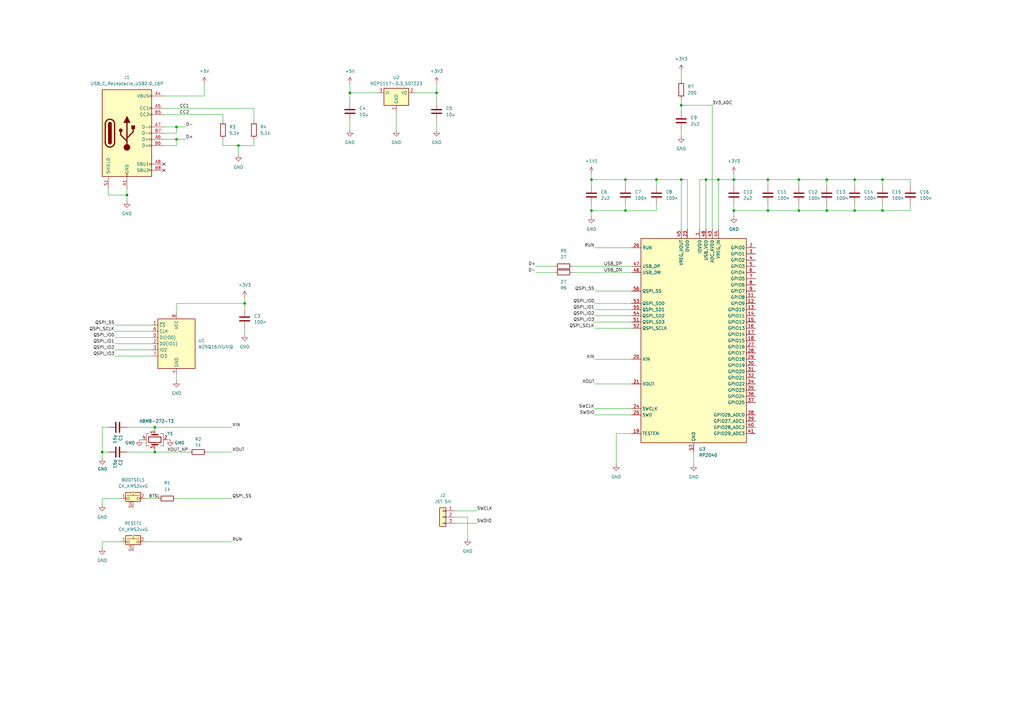
<source format=kicad_sch>
(kicad_sch (version 20231120) (generator "eeschema") (generator_version "8.0")
  (paper "A3")
  (lib_symbols
    (symbol "Connector:USB_C_Receptacle_USB2.0_16P" (pin_names (offset 1.016))
      (property "Reference" "J" (at 0 22.225 0))
      (property "Value" "USB_C_Receptacle_USB2.0_16P" (at 0 19.685 0))
      (symbol "USB_C_Receptacle_USB2.0_16P_0_0"
        (rectangle (start -0.254 -17.78) (end 0.254 -16.764))
        (rectangle (start 10.16 -14.986) (end 9.144 -15.494))
        (rectangle (start 10.16 -12.446) (end 9.144 -12.954))
        (rectangle (start 10.16 -4.826) (end 9.144 -5.334))
        (rectangle (start 10.16 -2.286) (end 9.144 -2.794))
        (rectangle (start 10.16 0.254) (end 9.144 -0.254))
        (rectangle (start 10.16 2.794) (end 9.144 2.286))
        (rectangle (start 10.16 7.874) (end 9.144 7.366))
        (rectangle (start 10.16 10.414) (end 9.144 9.906))
        (rectangle (start 10.16 15.494) (end 9.144 14.986))
      )
      (symbol "USB_C_Receptacle_USB2.0_16P_0_1"
        (rectangle (start -10.16 17.78) (end 10.16 -17.78) (stroke (width 0.254)) (fill (type background)))
        (arc (start -8.89 -3.81) (mid -6.985 -5.7067) (end -5.08 -3.81) (stroke (width 0.508)))
        (arc (start -7.62 -3.81) (mid -6.985 -4.4423) (end -6.35 -3.81) (stroke (width 0.254)))
        (arc (start -7.62 -3.81) (mid -6.985 -4.4423) (end -6.35 -3.81) (stroke (width 0.254)) (fill (type outline)))
        (rectangle (start -7.62 -3.81) (end -6.35 3.81) (stroke (width 0.254)) (fill (type outline)))
        (arc (start -6.35 3.81) (mid -6.985 4.4423) (end -7.62 3.81) (stroke (width 0.254)))
        (arc (start -6.35 3.81) (mid -6.985 4.4423) (end -7.62 3.81) (stroke (width 0.254)) (fill (type outline)))
        (arc (start -5.08 3.81) (mid -6.985 5.7067) (end -8.89 3.81) (stroke (width 0.508)))
        (circle (center -2.54 1.143) (radius 0.635) (stroke (width 0.254)) (fill (type outline)))
        (circle (center 0 -5.842) (radius 1.27) (fill (type outline)))
        (polyline (pts (xy -8.89 -3.81) (xy -8.89 3.81)) (stroke (width 0.508)))
        (polyline (pts (xy -5.08 3.81) (xy -5.08 -3.81)) (stroke (width 0.508)))
        (polyline (pts (xy 0 -5.842) (xy 0 4.318)) (stroke (width 0.508)))
        (polyline (pts (xy 0 -3.302) (xy -2.54 -0.762) (xy -2.54 0.508)) (stroke (width 0.508)))
        (polyline (pts (xy 0 -2.032) (xy 2.54 0.508) (xy 2.54 1.778)) (stroke (width 0.508)))
        (polyline (pts (xy -1.27 4.318) (xy 0 6.858) (xy 1.27 4.318) (xy -1.27 4.318)) (stroke (width 0.254)) (fill (type outline)))
        (rectangle (start 1.905 1.778) (end 3.175 3.048) (stroke (width 0.254)) (fill (type outline)))
      )
      (symbol "USB_C_Receptacle_USB2.0_16P_1_1"
        (pin passive line (at 0 -22.86 90) (length 5.08) (name "GND") (number "A1"))
        (pin passive line (at 0 -22.86 90) (length 5.08) hide (name "GND") (number "A12"))
        (pin passive line (at 15.24 15.24 180) (length 5.08) (name "VBUS") (number "A4"))
        (pin bidirectional line (at 15.24 10.16 180) (length 5.08) (name "CC1") (number "A5"))
        (pin bidirectional line (at 15.24 -2.54 180) (length 5.08) (name "D+") (number "A6"))
        (pin bidirectional line (at 15.24 2.54 180) (length 5.08) (name "D-") (number "A7"))
        (pin bidirectional line (at 15.24 -12.7 180) (length 5.08) (name "SBU1") (number "A8"))
        (pin passive line (at 15.24 15.24 180) (length 5.08) hide (name "VBUS") (number "A9"))
        (pin passive line (at 0 -22.86 90) (length 5.08) hide (name "GND") (number "B1"))
        (pin passive line (at 0 -22.86 90) (length 5.08) hide (name "GND") (number "B12"))
        (pin passive line (at 15.24 15.24 180) (length 5.08) hide (name "VBUS") (number "B4"))
        (pin bidirectional line (at 15.24 7.62 180) (length 5.08) (name "CC2") (number "B5"))
        (pin bidirectional line (at 15.24 -5.08 180) (length 5.08) (name "D+") (number "B6"))
        (pin bidirectional line (at 15.24 0 180) (length 5.08) (name "D-") (number "B7"))
        (pin bidirectional line (at 15.24 -15.24 180) (length 5.08) (name "SBU2") (number "B8"))
        (pin passive line (at 15.24 15.24 180) (length 5.08) hide (name "VBUS") (number "B9"))
        (pin passive line (at -7.62 -22.86 90) (length 5.08) (name "SHIELD") (number "S1"))
      )
    )
    (symbol "Connector_Generic:Conn_01x03" (pin_names (offset 1.016) hide)
      (property "Reference" "J" (at 0 5.08 0))
      (property "Value" "Conn_01x03" (at 0 -5.08 0))
      (symbol "Conn_01x03_1_1"
        (rectangle (start -1.27 -2.413) (end 0 -2.667) (stroke (width 0.1524)))
        (rectangle (start -1.27 0.127) (end 0 -0.127) (stroke (width 0.1524)))
        (rectangle (start -1.27 2.667) (end 0 2.413) (stroke (width 0.1524)))
        (rectangle (start -1.27 3.81) (end 1.27 -3.81) (stroke (width 0.254)) (fill (type background)))
        (pin passive line (at -5.08 2.54 0) (length 3.81) (name "Pin_1") (number "1"))
        (pin passive line (at -5.08 0 0) (length 3.81) (name "Pin_2") (number "2"))
        (pin passive line (at -5.08 -2.54 0) (length 3.81) (name "Pin_3") (number "3"))
      )
    )
    (symbol "Device:C" (pin_numbers hide) (pin_names (offset 0.254))
      (property "Reference" "C" (at 0.635 2.54 0))
      (property "Value" "C" (at 0.635 -2.54 0))
      (symbol "C_0_1"
        (polyline (pts (xy -2.032 -0.762) (xy 2.032 -0.762)) (stroke (width 0.508)))
        (polyline (pts (xy -2.032 0.762) (xy 2.032 0.762)) (stroke (width 0.508)))
      )
      (symbol "C_1_1"
        (pin passive line (at 0 3.81 270) (length 2.794) (name "~") (number "1"))
        (pin passive line (at 0 -3.81 90) (length 2.794) (name "~") (number "2"))
      )
    )
    (symbol "Device:Crystal_GND24" (pin_names (offset 1.016) hide)
      (property "Reference" "Y" (at 3.175 5.08 0))
      (property "Value" "Crystal_GND24" (at 3.175 3.175 0))
      (symbol "Crystal_GND24_0_1"
        (rectangle (start -1.143 2.54) (end 1.143 -2.54) (stroke (width 0.3048)))
        (polyline (pts (xy -2.54 0) (xy -2.032 0)))
        (polyline (pts (xy -2.032 -1.27) (xy -2.032 1.27)) (stroke (width 0.508)))
        (polyline (pts (xy 0 -3.81) (xy 0 -3.556)))
        (polyline (pts (xy 0 3.556) (xy 0 3.81)))
        (polyline (pts (xy 2.032 -1.27) (xy 2.032 1.27)) (stroke (width 0.508)))
        (polyline (pts (xy 2.032 0) (xy 2.54 0)))
        (polyline (pts (xy -2.54 -2.286) (xy -2.54 -3.556) (xy 2.54 -3.556) (xy 2.54 -2.286)))
        (polyline (pts (xy -2.54 2.286) (xy -2.54 3.556) (xy 2.54 3.556) (xy 2.54 2.286)))
      )
      (symbol "Crystal_GND24_1_1"
        (pin passive line (at -3.81 0 0) (length 1.27) (name "1") (number "1"))
        (pin passive line (at 0 5.08 270) (length 1.27) (name "2") (number "2"))
        (pin passive line (at 3.81 0 180) (length 1.27) (name "3") (number "3"))
        (pin passive line (at 0 -5.08 90) (length 1.27) (name "4") (number "4"))
      )
    )
    (symbol "Device:R" (pin_numbers hide) (pin_names (offset 0))
      (property "Reference" "R" (at 2.032 0 90))
      (property "Value" "R" (at 0 0 90))
      (symbol "R_0_1"
        (rectangle (start -1.016 -2.54) (end 1.016 2.54) (stroke (width 0.254)))
      )
      (symbol "R_1_1"
        (pin passive line (at 0 3.81 270) (length 1.27) (name "~") (number "1"))
        (pin passive line (at 0 -3.81 90) (length 1.27) (name "~") (number "2"))
      )
    )
    (symbol "MCU_RaspberryPi:RP2040"
      (property "Reference" "U" (at 17.78 45.72 0))
      (property "Value" "RP2040" (at 17.78 43.18 0))
      (symbol "RP2040_0_1"
        (rectangle (start -21.59 41.91) (end 21.59 -41.91) (stroke (width 0.254)) (fill (type background)))
      )
      (symbol "RP2040_1_1"
        (pin power_in line (at 2.54 45.72 270) (length 3.81) (name "IOVDD") (number "1"))
        (pin passive line (at 2.54 45.72 270) (length 3.81) hide (name "IOVDD") (number "10"))
        (pin bidirectional line (at 25.4 17.78 180) (length 3.81) (name "GPIO8") (number "11"))
        (pin bidirectional line (at 25.4 15.24 180) (length 3.81) (name "GPIO9") (number "12"))
        (pin bidirectional line (at 25.4 12.7 180) (length 3.81) (name "GPIO10") (number "13"))
        (pin bidirectional line (at 25.4 10.16 180) (length 3.81) (name "GPIO11") (number "14"))
        (pin bidirectional line (at 25.4 7.62 180) (length 3.81) (name "GPIO12") (number "15"))
        (pin bidirectional line (at 25.4 5.08 180) (length 3.81) (name "GPIO13") (number "16"))
        (pin bidirectional line (at 25.4 2.54 180) (length 3.81) (name "GPIO14") (number "17"))
        (pin bidirectional line (at 25.4 0 180) (length 3.81) (name "GPIO15") (number "18"))
        (pin input line (at -25.4 -38.1 0) (length 3.81) (name "TESTEN") (number "19"))
        (pin bidirectional line (at 25.4 38.1 180) (length 3.81) (name "GPIO0") (number "2"))
        (pin input line (at -25.4 -7.62 0) (length 3.81) (name "XIN") (number "20"))
        (pin passive line (at -25.4 -17.78 0) (length 3.81) (name "XOUT") (number "21"))
        (pin passive line (at 2.54 45.72 270) (length 3.81) hide (name "IOVDD") (number "22"))
        (pin power_in line (at -2.54 45.72 270) (length 3.81) (name "DVDD") (number "23"))
        (pin input line (at -25.4 -27.94 0) (length 3.81) (name "SWCLK") (number "24"))
        (pin bidirectional line (at -25.4 -30.48 0) (length 3.81) (name "SWD") (number "25"))
        (pin input line (at -25.4 38.1 0) (length 3.81) (name "RUN") (number "26"))
        (pin bidirectional line (at 25.4 -2.54 180) (length 3.81) (name "GPIO16") (number "27"))
        (pin bidirectional line (at 25.4 -5.08 180) (length 3.81) (name "GPIO17") (number "28"))
        (pin bidirectional line (at 25.4 -7.62 180) (length 3.81) (name "GPIO18") (number "29"))
        (pin bidirectional line (at 25.4 35.56 180) (length 3.81) (name "GPIO1") (number "3"))
        (pin bidirectional line (at 25.4 -10.16 180) (length 3.81) (name "GPIO19") (number "30"))
        (pin bidirectional line (at 25.4 -12.7 180) (length 3.81) (name "GPIO20") (number "31"))
        (pin bidirectional line (at 25.4 -15.24 180) (length 3.81) (name "GPIO21") (number "32"))
        (pin passive line (at 2.54 45.72 270) (length 3.81) hide (name "IOVDD") (number "33"))
        (pin bidirectional line (at 25.4 -17.78 180) (length 3.81) (name "GPIO22") (number "34"))
        (pin bidirectional line (at 25.4 -20.32 180) (length 3.81) (name "GPIO23") (number "35"))
        (pin bidirectional line (at 25.4 -22.86 180) (length 3.81) (name "GPIO24") (number "36"))
        (pin bidirectional line (at 25.4 -25.4 180) (length 3.81) (name "GPIO25") (number "37"))
        (pin bidirectional line (at 25.4 -30.48 180) (length 3.81) (name "GPIO26_ADC0") (number "38"))
        (pin bidirectional line (at 25.4 -33.02 180) (length 3.81) (name "GPIO27_ADC1") (number "39"))
        (pin bidirectional line (at 25.4 33.02 180) (length 3.81) (name "GPIO2") (number "4"))
        (pin bidirectional line (at 25.4 -35.56 180) (length 3.81) (name "GPIO28_ADC2") (number "40"))
        (pin bidirectional line (at 25.4 -38.1 180) (length 3.81) (name "GPIO29_ADC3") (number "41"))
        (pin passive line (at 2.54 45.72 270) (length 3.81) hide (name "IOVDD") (number "42"))
        (pin power_in line (at 7.62 45.72 270) (length 3.81) (name "ADC_AVDD") (number "43"))
        (pin power_in line (at 10.16 45.72 270) (length 3.81) (name "VREG_IN") (number "44"))
        (pin power_out line (at -5.08 45.72 270) (length 3.81) (name "VREG_VOUT") (number "45"))
        (pin bidirectional line (at -25.4 27.94 0) (length 3.81) (name "USB_DM") (number "46"))
        (pin bidirectional line (at -25.4 30.48 0) (length 3.81) (name "USB_DP") (number "47"))
        (pin power_in line (at 5.08 45.72 270) (length 3.81) (name "USB_VDD") (number "48"))
        (pin passive line (at 2.54 45.72 270) (length 3.81) hide (name "IOVDD") (number "49"))
        (pin bidirectional line (at 25.4 30.48 180) (length 3.81) (name "GPIO3") (number "5"))
        (pin passive line (at -2.54 45.72 270) (length 3.81) hide (name "DVDD") (number "50"))
        (pin bidirectional line (at -25.4 7.62 0) (length 3.81) (name "QSPI_SD3") (number "51"))
        (pin output line (at -25.4 5.08 0) (length 3.81) (name "QSPI_SCLK") (number "52"))
        (pin bidirectional line (at -25.4 15.24 0) (length 3.81) (name "QSPI_SD0") (number "53"))
        (pin bidirectional line (at -25.4 10.16 0) (length 3.81) (name "QSPI_SD2") (number "54"))
        (pin bidirectional line (at -25.4 12.7 0) (length 3.81) (name "QSPI_SD1") (number "55"))
        (pin bidirectional line (at -25.4 20.32 0) (length 3.81) (name "QSPI_SS") (number "56"))
        (pin power_in line (at 0 -45.72 90) (length 3.81) (name "GND") (number "57"))
        (pin bidirectional line (at 25.4 27.94 180) (length 3.81) (name "GPIO4") (number "6"))
        (pin bidirectional line (at 25.4 25.4 180) (length 3.81) (name "GPIO5") (number "7"))
        (pin bidirectional line (at 25.4 22.86 180) (length 3.81) (name "GPIO6") (number "8"))
        (pin bidirectional line (at 25.4 20.32 180) (length 3.81) (name "GPIO7") (number "9"))
      )
    )
    (symbol "Memory_Flash:W25Q16JVSS"
      (property "Reference" "U" (at -6.35 11.43 0))
      (property "Value" "W25Q16JVSS" (at 7.62 11.43 0))
      (symbol "W25Q16JVSS_0_1"
        (rectangle (start -7.62 10.16) (end 7.62 -10.16) (stroke (width 0.254)) (fill (type background)))
      )
      (symbol "W25Q16JVSS_1_1"
        (pin input line (at -10.16 7.62 0) (length 2.54) (name "~{CS}") (number "1"))
        (pin bidirectional line (at -10.16 0 0) (length 2.54) (name "DO(IO1)") (number "2"))
        (pin bidirectional line (at -10.16 -2.54 0) (length 2.54) (name "IO2") (number "3"))
        (pin power_in line (at 0 -12.7 90) (length 2.54) (name "GND") (number "4"))
        (pin bidirectional line (at -10.16 2.54 0) (length 2.54) (name "DI(IO0)") (number "5"))
        (pin input line (at -10.16 5.08 0) (length 2.54) (name "CLK") (number "6"))
        (pin bidirectional line (at -10.16 -5.08 0) (length 2.54) (name "IO3") (number "7"))
        (pin power_in line (at 0 12.7 270) (length 2.54) (name "VCC") (number "8"))
      )
    )
    (symbol "Regulator_Linear:NCP1117-3.3_SOT223"
      (property "Reference" "U" (at -3.81 3.175 0))
      (property "Value" "NCP1117-3.3_SOT223" (at 0 3.175 0))
      (symbol "NCP1117-3.3_SOT223_0_1"
        (rectangle (start -5.08 -5.08) (end 5.08 1.905) (stroke (width 0.254)) (fill (type background)))
      )
      (symbol "NCP1117-3.3_SOT223_1_1"
        (pin power_in line (at 0 -7.62 90) (length 2.54) (name "GND") (number "1"))
        (pin power_out line (at 7.62 0 180) (length 2.54) (name "VO") (number "2"))
        (pin power_in line (at -7.62 0 0) (length 2.54) (name "VI") (number "3"))
      )
    )
    (symbol "Switch:CK_KMS2xxG" (pin_names (offset 1.016) hide)
      (property "Reference" "SW" (at 4.318 2.032 0))
      (property "Value" "CK_KMS2xxG" (at 0 4.572 0))
      (symbol "CK_KMS2xxG_0_1"
        (circle (center -2.032 0) (radius 0.508))
        (polyline (pts (xy 0 1.27) (xy 0 3.048)))
        (polyline (pts (xy 2.54 1.27) (xy -2.54 1.27)))
        (polyline (pts (xy 0.508 2.54) (xy 3.048 2.54) (xy 3.048 -1.143) (xy -3.048 -1.143) (xy -3.048 2.54) (xy -0.508 2.54)) (stroke (width -0.0254)))
        (polyline (pts (xy 0.508 2.54) (xy 3.048 2.54) (xy 3.048 -1.143) (xy -3.048 -1.143) (xy -3.048 2.54) (xy -0.508 2.54)) (stroke (width 0.254)))
        (circle (center 2.032 0) (radius 0.508))
        (pin passive line (at -5.08 0 0) (length 2.54) (name "1") (number "1"))
        (pin passive line (at 5.08 0 180) (length 2.54) (name "2") (number "2"))
      )
      (symbol "CK_KMS2xxG_1_1"
        (rectangle (start -3.048 2.54) (end 3.048 -1.27) (stroke (width -0.0254)) (fill (type background)))
        (pin passive line (at 0 -3.81 90) (length 2.54) (name "B") (number "SH"))
      )
    )
    (symbol "power:+1V1" (power) (pin_numbers hide) (pin_names (offset 0) hide)
      (property "Value" "+1V1" (at 0 3.556 0))
      (symbol "+1V1_0_1"
        (polyline (pts (xy -0.762 1.27) (xy 0 2.54)))
        (polyline (pts (xy 0 0) (xy 0 2.54)))
        (polyline (pts (xy 0 2.54) (xy 0.762 1.27)))
      )
      (symbol "+1V1_1_1"
        (pin power_in line (at 0 0 90) (length 0) (name "~") (number "1"))
      )
    )
    (symbol "power:+3V3" (power) (pin_numbers hide) (pin_names (offset 0) hide)
      (property "Value" "+3V3" (at 0 3.556 0))
      (symbol "+3V3_0_1"
        (polyline (pts (xy -0.762 1.27) (xy 0 2.54)))
        (polyline (pts (xy 0 0) (xy 0 2.54)))
        (polyline (pts (xy 0 2.54) (xy 0.762 1.27)))
      )
      (symbol "+3V3_1_1"
        (pin power_in line (at 0 0 90) (length 0) (name "~") (number "1"))
      )
    )
    (symbol "power:+5V" (power) (pin_numbers hide) (pin_names (offset 0) hide)
      (property "Value" "+5V" (at 0 3.556 0))
      (symbol "+5V_0_1"
        (polyline (pts (xy -0.762 1.27) (xy 0 2.54)))
        (polyline (pts (xy 0 0) (xy 0 2.54)))
        (polyline (pts (xy 0 2.54) (xy 0.762 1.27)))
      )
      (symbol "+5V_1_1"
        (pin power_in line (at 0 0 90) (length 0) (name "~") (number "1"))
      )
    )
    (symbol "power:GND" (power) (pin_numbers hide) (pin_names (offset 0) hide)
      (property "Value" "GND" (at 0 -3.81 0))
      (symbol "GND_0_1"
        (polyline (pts (xy 0 0) (xy 0 -1.27) (xy 1.27 -1.27) (xy 0 -2.54) (xy -1.27 -1.27) (xy 0 -1.27)))
      )
      (symbol "GND_1_1"
        (pin power_in line (at 0 0 270) (length 0) (name "~") (number "1"))
      )
    )
  )
  (junction (at 339.09 86.36))
  (junction (at 361.95 73.66))
  (junction (at 41.91 185.42))
  (junction (at 256.54 73.66))
  (junction (at 100.33 124.46))
  (junction (at 279.4 73.66))
  (junction (at 72.39 57.15))
  (junction (at 350.52 86.36))
  (junction (at 294.64 73.66))
  (junction (at 314.96 73.66))
  (junction (at 289.56 73.66))
  (junction (at 63.5 185.42))
  (junction (at 339.09 73.66))
  (junction (at 52.07 80.01))
  (junction (at 300.99 73.66))
  (junction (at 179.07 38.1))
  (junction (at 242.57 73.66))
  (junction (at 279.4 43.18))
  (junction (at 63.5 175.26))
  (junction (at 256.54 86.36))
  (junction (at 361.95 86.36))
  (junction (at 143.51 38.1))
  (junction (at 72.39 52.07))
  (junction (at 97.79 59.69))
  (junction (at 327.66 73.66))
  (junction (at 300.99 86.36))
  (junction (at 242.57 86.36))
  (junction (at 269.24 73.66))
  (junction (at 327.66 86.36))
  (junction (at 314.96 86.36))
  (junction (at 350.52 73.66))
  (no_connect (at 67.31 67.31))
  (no_connect (at 67.31 69.85))
  (wire (pts (xy 143.51 41.91) (xy 143.51 38.1)))
  (wire (pts (xy 44.45 77.47) (xy 44.45 80.01)))
  (wire (pts (xy 373.38 73.66) (xy 373.38 76.2)))
  (wire (pts (xy 269.24 73.66) (xy 269.24 76.2)))
  (wire (pts (xy 52.07 185.42) (xy 63.5 185.42)))
  (wire (pts (xy 162.56 45.72) (xy 162.56 53.34)))
  (wire (pts (xy 100.33 124.46) (xy 100.33 127)))
  (wire (pts (xy 289.56 73.66) (xy 294.64 73.66)))
  (wire (pts (xy 41.91 222.25) (xy 49.53 222.25)))
  (wire (pts (xy 72.39 124.46) (xy 72.39 128.27)))
  (wire (pts (xy 41.91 175.26) (xy 41.91 185.42)))
  (wire (pts (xy 289.56 73.66) (xy 289.56 93.98)))
  (wire (pts (xy 91.44 57.15) (xy 91.44 59.69)))
  (wire (pts (xy 104.14 59.69) (xy 104.14 57.15)))
  (wire (pts (xy 243.84 147.32) (xy 259.08 147.32)))
  (wire (pts (xy 373.38 86.36) (xy 373.38 83.82)))
  (wire (pts (xy 350.52 86.36) (xy 361.95 86.36)))
  (wire (pts (xy 242.57 86.36) (xy 256.54 86.36)))
  (wire (pts (xy 143.51 34.29) (xy 143.51 38.1)))
  (wire (pts (xy 44.45 80.01) (xy 52.07 80.01)))
  (wire (pts (xy 243.84 119.38) (xy 259.08 119.38)))
  (wire (pts (xy 339.09 73.66) (xy 350.52 73.66)))
  (wire (pts (xy 300.99 71.12) (xy 300.99 73.66)))
  (wire (pts (xy 314.96 86.36) (xy 314.96 83.82)))
  (wire (pts (xy 41.91 204.47) (xy 41.91 207.01)))
  (wire (pts (xy 91.44 59.69) (xy 97.79 59.69)))
  (wire (pts (xy 191.77 212.09) (xy 191.77 220.98)))
  (wire (pts (xy 186.69 209.55) (xy 195.58 209.55)))
  (wire (pts (xy 314.96 86.36) (xy 327.66 86.36)))
  (wire (pts (xy 72.39 59.69) (xy 67.31 59.69)))
  (wire (pts (xy 339.09 86.36) (xy 339.09 83.82)))
  (wire (pts (xy 72.39 204.47) (xy 95.25 204.47)))
  (wire (pts (xy 52.07 80.01) (xy 52.07 77.47)))
  (wire (pts (xy 339.09 73.66) (xy 339.09 76.2)))
  (wire (pts (xy 97.79 59.69) (xy 97.79 63.5)))
  (wire (pts (xy 287.02 73.66) (xy 289.56 73.66)))
  (wire (pts (xy 67.31 39.37) (xy 83.82 39.37)))
  (wire (pts (xy 314.96 73.66) (xy 314.96 76.2)))
  (wire (pts (xy 300.99 73.66) (xy 314.96 73.66)))
  (wire (pts (xy 44.45 185.42) (xy 41.91 185.42)))
  (wire (pts (xy 100.33 134.62) (xy 100.33 137.16)))
  (wire (pts (xy 256.54 73.66) (xy 256.54 76.2)))
  (wire (pts (xy 243.84 129.54) (xy 259.08 129.54)))
  (wire (pts (xy 72.39 57.15) (xy 72.39 59.69)))
  (wire (pts (xy 279.4 73.66) (xy 279.4 93.98)))
  (wire (pts (xy 243.84 134.62) (xy 259.08 134.62)))
  (wire (pts (xy 281.94 73.66) (xy 281.94 93.98)))
  (wire (pts (xy 72.39 52.07) (xy 72.39 54.61)))
  (wire (pts (xy 85.09 185.42) (xy 95.25 185.42)))
  (wire (pts (xy 83.82 39.37) (xy 83.82 34.29)))
  (wire (pts (xy 68.58 180.34) (xy 69.85 180.34)))
  (wire (pts (xy 279.4 43.18) (xy 279.4 45.72)))
  (wire (pts (xy 91.44 46.99) (xy 91.44 49.53)))
  (wire (pts (xy 143.51 38.1) (xy 154.94 38.1)))
  (wire (pts (xy 52.07 80.01) (xy 52.07 82.55)))
  (wire (pts (xy 41.91 222.25) (xy 41.91 224.79)))
  (wire (pts (xy 279.4 73.66) (xy 281.94 73.66)))
  (wire (pts (xy 63.5 184.15) (xy 63.5 185.42)))
  (wire (pts (xy 314.96 73.66) (xy 327.66 73.66)))
  (wire (pts (xy 361.95 73.66) (xy 373.38 73.66)))
  (wire (pts (xy 269.24 86.36) (xy 269.24 83.82)))
  (wire (pts (xy 46.99 140.97) (xy 62.23 140.97)))
  (wire (pts (xy 72.39 54.61) (xy 67.31 54.61)))
  (wire (pts (xy 186.69 212.09) (xy 191.77 212.09)))
  (wire (pts (xy 287.02 93.98) (xy 287.02 73.66)))
  (wire (pts (xy 179.07 38.1) (xy 179.07 41.91)))
  (wire (pts (xy 292.1 43.18) (xy 292.1 93.98)))
  (wire (pts (xy 259.08 177.8) (xy 252.73 177.8)))
  (wire (pts (xy 300.99 86.36) (xy 314.96 86.36)))
  (wire (pts (xy 67.31 57.15) (xy 72.39 57.15)))
  (wire (pts (xy 46.99 133.35) (xy 62.23 133.35)))
  (wire (pts (xy 242.57 86.36) (xy 242.57 88.9)))
  (wire (pts (xy 46.99 138.43) (xy 62.23 138.43)))
  (wire (pts (xy 350.52 73.66) (xy 350.52 76.2)))
  (wire (pts (xy 350.52 73.66) (xy 361.95 73.66)))
  (wire (pts (xy 327.66 73.66) (xy 327.66 76.2)))
  (wire (pts (xy 72.39 52.07) (xy 76.2 52.07)))
  (wire (pts (xy 242.57 83.82) (xy 242.57 86.36)))
  (wire (pts (xy 361.95 86.36) (xy 373.38 86.36)))
  (wire (pts (xy 243.84 170.18) (xy 259.08 170.18)))
  (wire (pts (xy 67.31 44.45) (xy 104.14 44.45)))
  (wire (pts (xy 294.64 93.98) (xy 294.64 73.66)))
  (wire (pts (xy 256.54 83.82) (xy 256.54 86.36)))
  (wire (pts (xy 234.95 111.76) (xy 259.08 111.76)))
  (wire (pts (xy 46.99 135.89) (xy 62.23 135.89)))
  (wire (pts (xy 339.09 86.36) (xy 350.52 86.36)))
  (wire (pts (xy 242.57 73.66) (xy 256.54 73.66)))
  (wire (pts (xy 327.66 73.66) (xy 339.09 73.66)))
  (wire (pts (xy 57.15 180.34) (xy 58.42 180.34)))
  (wire (pts (xy 179.07 34.29) (xy 179.07 38.1)))
  (wire (pts (xy 269.24 73.66) (xy 279.4 73.66)))
  (wire (pts (xy 72.39 57.15) (xy 76.2 57.15)))
  (wire (pts (xy 256.54 86.36) (xy 269.24 86.36)))
  (wire (pts (xy 279.4 29.21) (xy 279.4 33.02)))
  (wire (pts (xy 63.5 176.53) (xy 63.5 175.26)))
  (wire (pts (xy 104.14 44.45) (xy 104.14 49.53)))
  (wire (pts (xy 44.45 175.26) (xy 41.91 175.26)))
  (wire (pts (xy 67.31 52.07) (xy 72.39 52.07)))
  (wire (pts (xy 179.07 49.53) (xy 179.07 53.34)))
  (wire (pts (xy 243.84 127) (xy 259.08 127)))
  (wire (pts (xy 234.95 109.22) (xy 259.08 109.22)))
  (wire (pts (xy 46.99 143.51) (xy 62.23 143.51)))
  (wire (pts (xy 242.57 73.66) (xy 242.57 76.2)))
  (wire (pts (xy 300.99 86.36) (xy 300.99 88.9)))
  (wire (pts (xy 256.54 73.66) (xy 269.24 73.66)))
  (wire (pts (xy 72.39 124.46) (xy 100.33 124.46)))
  (wire (pts (xy 63.5 185.42) (xy 77.47 185.42)))
  (wire (pts (xy 41.91 204.47) (xy 49.53 204.47)))
  (wire (pts (xy 59.69 222.25) (xy 95.25 222.25)))
  (wire (pts (xy 67.31 46.99) (xy 91.44 46.99)))
  (wire (pts (xy 219.71 111.76) (xy 227.33 111.76)))
  (wire (pts (xy 52.07 175.26) (xy 63.5 175.26)))
  (wire (pts (xy 243.84 157.48) (xy 259.08 157.48)))
  (wire (pts (xy 243.84 132.08) (xy 259.08 132.08)))
  (wire (pts (xy 186.69 214.63) (xy 195.58 214.63)))
  (wire (pts (xy 243.84 101.6) (xy 259.08 101.6)))
  (wire (pts (xy 279.4 55.88) (xy 279.4 53.34)))
  (wire (pts (xy 300.99 83.82) (xy 300.99 86.36)))
  (wire (pts (xy 252.73 177.8) (xy 252.73 190.5)))
  (wire (pts (xy 243.84 167.64) (xy 259.08 167.64)))
  (wire (pts (xy 97.79 59.69) (xy 104.14 59.69)))
  (wire (pts (xy 63.5 175.26) (xy 95.25 175.26)))
  (wire (pts (xy 327.66 86.36) (xy 339.09 86.36)))
  (wire (pts (xy 294.64 73.66) (xy 300.99 73.66)))
  (wire (pts (xy 300.99 73.66) (xy 300.99 76.2)))
  (wire (pts (xy 41.91 185.42) (xy 41.91 187.96)))
  (wire (pts (xy 361.95 73.66) (xy 361.95 76.2)))
  (wire (pts (xy 242.57 71.12) (xy 242.57 73.66)))
  (wire (pts (xy 350.52 86.36) (xy 350.52 83.82)))
  (wire (pts (xy 170.18 38.1) (xy 179.07 38.1)))
  (wire (pts (xy 243.84 124.46) (xy 259.08 124.46)))
  (wire (pts (xy 100.33 121.92) (xy 100.33 124.46)))
  (wire (pts (xy 46.99 146.05) (xy 62.23 146.05)))
  (wire (pts (xy 219.71 109.22) (xy 227.33 109.22)))
  (wire (pts (xy 361.95 86.36) (xy 361.95 83.82)))
  (wire (pts (xy 72.39 153.67) (xy 72.39 156.21)))
  (wire (pts (xy 327.66 86.36) (xy 327.66 83.82)))
  (wire (pts (xy 279.4 40.64) (xy 279.4 43.18)))
  (wire (pts (xy 284.48 185.42) (xy 284.48 190.5)))
  (wire (pts (xy 59.69 204.47) (xy 64.77 204.47)))
  (wire (pts (xy 143.51 49.53) (xy 143.51 53.34)))
  (wire (pts (xy 279.4 43.18) (xy 292.1 43.18)))
  (label "XOUT" (at 243.84 157.48 180))
  (label "D-" (at 219.71 111.76 180))
  (label "SWCLK" (at 243.84 167.64 180))
  (label "XIN" (at 243.84 147.32 180))
  (label "USB_DP" (at 247.65 109.22 0))
  (label "CC2" (at 73.66 46.99 0))
  (label "QSPI_IO3" (at 243.84 132.08 180))
  (label "XOUT_NP" (at 68.58 185.42 0))
  (label "SWCLK" (at 195.58 209.55 0))
  (label "D+" (at 219.71 109.22 180))
  (label "3V3_ADC" (at 292.1 43.18 0))
  (label "QSPI_SS" (at 95.25 204.47 0))
  (label "QSPI_SCLK" (at 46.99 135.89 180))
  (label "QSPI_SS" (at 243.84 119.38 180))
  (label "BTSL" (at 60.96 204.47 0))
  (label "RUN" (at 243.84 101.6 180))
  (label "QSPI_IO0" (at 243.84 124.46 180))
  (label "QSPI_IO1" (at 46.99 140.97 180))
  (label "SWDIO" (at 243.84 170.18 180))
  (label "XIN" (at 95.25 175.26 0))
  (label "RUN" (at 95.25 222.25 0))
  (label "QSPI_SS" (at 46.99 133.35 180))
  (label "CC1" (at 73.66 44.45 0))
  (label "QSPI_IO1" (at 243.84 127 180))
  (label "USB_DN" (at 247.65 111.76 0))
  (label "QSPI_IO3" (at 46.99 146.05 180))
  (label "QSPI_IO2" (at 243.84 129.54 180))
  (label "QSPI_IO2" (at 46.99 143.51 180))
  (label "QSPI_IO0" (at 46.99 138.43 180))
  (label "SWDIO" (at 195.58 214.63 0))
  (label "D-" (at 76.2 52.07 0))
  (label "D+" (at 76.2 57.15 0))
  (label "XOUT" (at 95.25 185.42 0))
  (label "QSPI_SCLK" (at 243.84 134.62 180))
  (symbol (lib_id "Connector:USB_C_Receptacle_USB2.0_16P") (at 52.07 54.61 0) (unit 1)
    (property "Reference" "J1" (at 52.07 31.75 0))
    (property "Value" "USB_C_Receptacle_USB2.0_16P" (at 52.07 34.29 0))
    (property "Footprint" "Connector_USB:USB_C_Receptacle_GCT_USB4105-xx-A_16P_TopMnt_Horizontal" (effects (hide yes)))
    (property "Datasheet" "https://www.usb.org/sites/default/files/documents/usb_type-c.zip" (effects (hide yes)))
    (property "Description" "USB 2.0-only 16P Type-C Receptacle connector" (effects (hide yes)))
  )
  (symbol (lib_id "power:GND") (at 69.85 180.34 0) (unit 1)
    (property "Reference" "#PWR06" (effects (hide yes)))
    (property "Value" "GND" (at 73.66 181.61 0))
  )
  (symbol (lib_id "Device:C") (at 279.4 49.53 0) (unit 1)
    (property "Reference" "C9" (at 283.21 48.2599 0) (effects (justify left)))
    (property "Value" "2u2" (at 283.21 50.7999 0) (effects (justify left)))
    (property "Footprint" "Capacitor_SMD:C_0402_1005Metric" (effects (hide yes)))
    (property "Description" "Unpolarized capacitor" (effects (hide yes)))
  )
  (symbol (lib_id "Device:C") (at 256.54 80.01 0) (unit 1)
    (property "Reference" "C7" (at 260.35 78.7399 0) (effects (justify left)))
    (property "Value" "100n" (at 260.35 81.2799 0) (effects (justify left)))
    (property "Footprint" "Capacitor_SMD:C_0402_1005Metric" (effects (hide yes)))
    (property "Description" "Unpolarized capacitor" (effects (hide yes)))
  )
  (symbol (lib_id "Device:R") (at 231.14 109.22 90) (unit 1)
    (property "Reference" "R5" (at 231.14 102.87 90))
    (property "Value" "27" (at 231.14 105.41 90))
    (property "Footprint" "Resistor_SMD:R_0402_1005Metric" (effects (hide yes)))
    (property "Description" "Resistor" (effects (hide yes)))
  )
  (symbol (lib_id "Regulator_Linear:NCP1117-3.3_SOT223") (at 162.56 38.1 0) (unit 1)
    (property "Reference" "U2" (at 162.56 31.75 0))
    (property "Value" "NCP1117-3.3_SOT223" (at 162.56 34.29 0))
    (property "Footprint" "Package_TO_SOT_SMD:SOT-223-3_TabPin2" (effects (hide yes)))
    (property "Datasheet" "http://www.onsemi.com/pub_link/Collateral/NCP1117-D.PDF" (effects (hide yes)))
    (property "Description" "1A Low drop-out regulator, Fixed Output 3.3V, SOT-223" (effects (hide yes)))
  )
  (symbol (lib_id "Device:R") (at 91.44 53.34 0) (unit 1)
    (property "Reference" "R3" (at 93.98 52.0699 0) (effects (justify left)))
    (property "Value" "5.1k" (at 93.98 54.6099 0) (effects (justify left)))
    (property "Footprint" "Resistor_SMD:R_0402_1005Metric" (effects (hide yes)))
    (property "Description" "Resistor" (effects (hide yes)))
  )
  (symbol (lib_id "Device:C") (at 48.26 175.26 270) (unit 1)
    (property "Reference" "C1" (at 49.4284 178.181 0) (effects (justify left)))
    (property "Value" "15p" (at 47.117 178.181 0) (effects (justify left)))
    (property "Footprint" "Capacitor_SMD:C_0402_1005Metric" (effects (hide yes)))
  )
  (symbol (lib_id "power:+3V3") (at 279.4 29.21 0) (unit 1)
    (property "Reference" "#PWR020" (effects (hide yes)))
    (property "Value" "+3V3" (at 279.4 24.13 0))
    (property "Description" "Power symbol creates a global label with name \"+3V3\"" (effects (hide yes)))
  )
  (symbol (lib_id "Device:R") (at 104.14 53.34 0) (unit 1)
    (property "Reference" "R4" (at 106.68 52.0699 0) (effects (justify left)))
    (property "Value" "5.1k" (at 106.68 54.6099 0) (effects (justify left)))
    (property "Footprint" "Resistor_SMD:R_0402_1005Metric" (effects (hide yes)))
    (property "Description" "Resistor" (effects (hide yes)))
  )
  (symbol (lib_id "power:GND") (at 41.91 207.01 0) (unit 1)
    (property "Reference" "#PWR02" (effects (hide yes)))
    (property "Value" "GND" (at 41.91 212.09 0))
    (property "Description" "Power symbol creates a global label with name \"GND\" , ground" (effects (hide yes)))
  )
  (symbol (lib_id "power:GND") (at 179.07 53.34 0) (unit 1)
    (property "Reference" "#PWR016" (effects (hide yes)))
    (property "Value" "GND" (at 179.07 58.42 0))
    (property "Description" "Power symbol creates a global label with name \"GND\" , ground" (effects (hide yes)))
  )
  (symbol (lib_id "power:+3V3") (at 179.07 34.29 0) (unit 1)
    (property "Reference" "#PWR015" (effects (hide yes)))
    (property "Value" "+3V3" (at 179.07 29.21 0))
    (property "Description" "Power symbol creates a global label with name \"+3V3\"" (effects (hide yes)))
  )
  (symbol (lib_id "Device:C") (at 350.52 80.01 0) (unit 1)
    (property "Reference" "C14" (at 354.33 78.7399 0) (effects (justify left)))
    (property "Value" "100n" (at 354.33 81.2799 0) (effects (justify left)))
    (property "Footprint" "Capacitor_SMD:C_0402_1005Metric" (effects (hide yes)))
    (property "Description" "Unpolarized capacitor" (effects (hide yes)))
  )
  (symbol (lib_id "Device:C") (at 48.26 185.42 270) (unit 1)
    (property "Reference" "C2" (at 49.4284 188.341 0) (effects (justify left)))
    (property "Value" "15p" (at 47.117 188.341 0) (effects (justify left)))
    (property "Footprint" "Capacitor_SMD:C_0402_1005Metric" (effects (hide yes)))
  )
  (symbol (lib_id "power:GND") (at 41.91 187.96 0) (unit 1)
    (property "Reference" "#PWR01" (effects (hide yes)))
    (property "Value" "GND" (at 42.037 192.3542 0))
  )
  (symbol (lib_id "power:GND") (at 41.91 224.79 0) (unit 1)
    (property "Reference" "#PWR03" (effects (hide yes)))
    (property "Value" "GND" (at 41.91 229.87 0))
    (property "Description" "Power symbol creates a global label with name \"GND\" , ground" (effects (hide yes)))
  )
  (symbol (lib_id "Switch:CK_KMS2xxG") (at 54.61 222.25 0) (unit 1)
    (property "Reference" "RESET1" (at 54.61 214.63 0))
    (property "Value" "CK_KMS2xxG" (at 54.61 217.17 0))
    (property "Footprint" "Button_Switch_SMD:SW_SPST_CK_KMS2xxGP" (effects (hide yes)))
    (property "Datasheet" "https://www.ckswitches.com/media/1482/kms.pdf" (effects (hide yes)))
    (property "Description" "Microminiature SMT Side Actuated, 4.2 x 2.8 x 1.42mm, without pegs, with shield pin" (effects (hide yes)))
  )
  (symbol (lib_id "power:+3V3") (at 300.99 71.12 0) (unit 1)
    (property "Reference" "#PWR023" (effects (hide yes)))
    (property "Value" "+3V3" (at 300.99 66.04 0))
    (property "Description" "Power symbol creates a global label with name \"+3V3\"" (effects (hide yes)))
  )
  (symbol (lib_id "Device:R") (at 81.28 185.42 270) (unit 1)
    (property "Reference" "R2" (at 81.28 180.1622 90))
    (property "Value" "1k" (at 81.28 182.4736 90))
    (property "Footprint" "Resistor_SMD:R_0402_1005Metric" (effects (hide yes)))
  )
  (symbol (lib_id "Device:R") (at 68.58 204.47 90) (unit 1)
    (property "Reference" "R1" (at 68.58 198.12 90))
    (property "Value" "1k" (at 68.58 200.66 90))
    (property "Footprint" "Resistor_SMD:R_0402_1005Metric" (effects (hide yes)))
    (property "Description" "Resistor" (effects (hide yes)))
  )
  (symbol (lib_id "power:GND") (at 300.99 88.9 0) (unit 1)
    (property "Reference" "#PWR024" (effects (hide yes)))
    (property "Value" "GND" (at 300.99 93.98 0))
    (property "Description" "Power symbol creates a global label with name \"GND\" , ground" (effects (hide yes)))
  )
  (symbol (lib_id "MCU_RaspberryPi:RP2040") (at 284.48 139.7 0) (unit 1)
    (property "Reference" "U3" (at 286.6741 184.15 0) (effects (justify left)))
    (property "Value" "RP2040" (at 286.6741 186.69 0) (effects (justify left)))
    (property "Footprint" "Package_DFN_QFN:QFN-56-1EP_7x7mm_P0.4mm_EP3.2x3.2mm" (effects (hide yes)))
    (property "Datasheet" "https://datasheets.raspberrypi.com/rp2040/rp2040-datasheet.pdf" (effects (hide yes)))
    (property "Description" "A microcontroller by Raspberry Pi" (effects (hide yes)))
  )
  (symbol (lib_id "Device:Crystal_GND24") (at 63.5 180.34 270) (unit 1)
    (property "Reference" "Y1" (at 68.58 177.8 90) (effects (justify left)))
    (property "Value" "ABM8-272-T3" (at 57.15 172.72 90) (effects (justify left)))
    (property "Footprint" "Crystal:Crystal_SMD_3225-4Pin_3.2x2.5mm" (effects (hide yes)))
  )
  (symbol (lib_id "power:GND") (at 52.07 82.55 0) (unit 1)
    (property "Reference" "#PWR04" (effects (hide yes)))
    (property "Value" "GND" (at 52.07 87.63 0))
    (property "Description" "Power symbol creates a global label with name \"GND\" , ground" (effects (hide yes)))
  )
  (symbol (lib_id "Device:C") (at 327.66 80.01 0) (unit 1)
    (property "Reference" "C12" (at 331.47 78.7399 0) (effects (justify left)))
    (property "Value" "100n" (at 331.47 81.2799 0) (effects (justify left)))
    (property "Footprint" "Capacitor_SMD:C_0402_1005Metric" (effects (hide yes)))
    (property "Description" "Unpolarized capacitor" (effects (hide yes)))
  )
  (symbol (lib_id "power:GND") (at 284.48 190.5 0) (unit 1)
    (property "Reference" "#PWR022" (effects (hide yes)))
    (property "Value" "GND" (at 284.48 195.58 0))
    (property "Description" "Power symbol creates a global label with name \"GND\" , ground" (effects (hide yes)))
  )
  (symbol (lib_id "Device:C") (at 143.51 45.72 0) (unit 1)
    (property "Reference" "C4" (at 147.32 44.4499 0) (effects (justify left)))
    (property "Value" "10u" (at 147.32 46.9899 0) (effects (justify left)))
    (property "Footprint" "Capacitor_SMD:C_0805_2012Metric" (effects (hide yes)))
    (property "Description" "Unpolarized capacitor" (effects (hide yes)))
  )
  (symbol (lib_id "power:GND") (at 162.56 53.34 0) (unit 1)
    (property "Reference" "#PWR014" (effects (hide yes)))
    (property "Value" "GND" (at 162.56 58.42 0))
    (property "Description" "Power symbol creates a global label with name \"GND\" , ground" (effects (hide yes)))
  )
  (symbol (lib_id "Device:C") (at 373.38 80.01 0) (unit 1)
    (property "Reference" "C16" (at 377.19 78.7399 0) (effects (justify left)))
    (property "Value" "100n" (at 377.19 81.2799 0) (effects (justify left)))
    (property "Footprint" "Capacitor_SMD:C_0402_1005Metric" (effects (hide yes)))
    (property "Description" "Unpolarized capacitor" (effects (hide yes)))
  )
  (symbol (lib_id "Device:R") (at 279.4 36.83 0) (unit 1)
    (property "Reference" "R7" (at 281.94 35.5599 0) (effects (justify left)))
    (property "Value" "200" (at 281.94 38.0999 0) (effects (justify left)))
    (property "Footprint" "Resistor_SMD:R_0402_1005Metric" (effects (hide yes)))
    (property "Description" "Resistor" (effects (hide yes)))
  )
  (symbol (lib_id "Device:C") (at 339.09 80.01 0) (unit 1)
    (property "Reference" "C13" (at 342.9 78.7399 0) (effects (justify left)))
    (property "Value" "100n" (at 342.9 81.2799 0) (effects (justify left)))
    (property "Footprint" "Capacitor_SMD:C_0402_1005Metric" (effects (hide yes)))
    (property "Description" "Unpolarized capacitor" (effects (hide yes)))
  )
  (symbol (lib_id "power:GND") (at 100.33 137.16 0) (unit 1)
    (property "Reference" "#PWR011" (effects (hide yes)))
    (property "Value" "GND" (at 100.33 142.24 0))
    (property "Description" "Power symbol creates a global label with name \"GND\" , ground" (effects (hide yes)))
  )
  (symbol (lib_id "Device:C") (at 300.99 80.01 0) (unit 1)
    (property "Reference" "C10" (at 304.8 78.7399 0) (effects (justify left)))
    (property "Value" "2u2" (at 304.8 81.2799 0) (effects (justify left)))
    (property "Footprint" "Capacitor_SMD:C_0402_1005Metric" (effects (hide yes)))
    (property "Description" "Unpolarized capacitor" (effects (hide yes)))
  )
  (symbol (lib_id "power:+5V") (at 83.82 34.29 0) (unit 1)
    (property "Reference" "#PWR08" (effects (hide yes)))
    (property "Value" "+5V" (at 83.82 29.21 0))
    (property "Description" "Power symbol creates a global label with name \"+5V\"" (effects (hide yes)))
  )
  (symbol (lib_id "Switch:CK_KMS2xxG") (at 54.61 204.47 0) (unit 1)
    (property "Reference" "BOOTSEL1" (at 54.61 196.85 0))
    (property "Value" "CK_KMS2xxG" (at 54.61 199.39 0))
    (property "Footprint" "Button_Switch_SMD:SW_SPST_CK_KMS2xxGP" (effects (hide yes)))
    (property "Datasheet" "https://www.ckswitches.com/media/1482/kms.pdf" (effects (hide yes)))
    (property "Description" "Microminiature SMT Side Actuated, 4.2 x 2.8 x 1.42mm, without pegs, with shield pin" (effects (hide yes)))
  )
  (symbol (lib_id "Memory_Flash:W25Q16JVSS") (at 72.39 140.97 0) (unit 1)
    (property "Reference" "U1" (at 81.28 139.6999 0) (effects (justify left)))
    (property "Value" "W25Q16JVUXIQ" (at 81.28 142.2399 0) (effects (justify left)))
    (property "Footprint" "Package_SON:Winbond_USON-8-1EP_3x2mm_P0.5mm_EP0.2x1.6mm" (effects (hide yes)))
    (property "Datasheet" "https://www.winbond.com/hq/support/documentation/levelOne.jsp?__locale=en&DocNo=DA00-W25Q16JV.1" (effects (hide yes)))
    (property "Description" "16Mb Serial Flash Memory, Standard/Dual/Quad SPI, SOIC-8" (effects (hide yes)))
  )
  (symbol (lib_id "Device:R") (at 231.14 111.76 270) (mirror x) (unit 1)
    (property "Reference" "R6" (at 231.14 118.11 90))
    (property "Value" "27" (at 231.14 115.57 90))
    (property "Footprint" "Resistor_SMD:R_0402_1005Metric" (effects (hide yes)))
    (property "Description" "Resistor" (effects (hide yes)))
  )
  (symbol (lib_id "Device:C") (at 269.24 80.01 0) (unit 1)
    (property "Reference" "C8" (at 273.05 78.7399 0) (effects (justify left)))
    (property "Value" "100n" (at 273.05 81.2799 0) (effects (justify left)))
    (property "Footprint" "Capacitor_SMD:C_0402_1005Metric" (effects (hide yes)))
    (property "Description" "Unpolarized capacitor" (effects (hide yes)))
  )
  (symbol (lib_id "power:GND") (at 143.51 53.34 0) (unit 1)
    (property "Reference" "#PWR013" (effects (hide yes)))
    (property "Value" "GND" (at 143.51 58.42 0))
    (property "Description" "Power symbol creates a global label with name \"GND\" , ground" (effects (hide yes)))
  )
  (symbol (lib_id "power:+5V") (at 143.51 34.29 0) (unit 1)
    (property "Reference" "#PWR012" (effects (hide yes)))
    (property "Value" "+5V" (at 143.51 29.21 0))
    (property "Description" "Power symbol creates a global label with name \"+5V\"" (effects (hide yes)))
  )
  (symbol (lib_id "power:+1V1") (at 242.57 71.12 0) (unit 1)
    (property "Reference" "#PWR017" (effects (hide yes)))
    (property "Value" "+1V1" (at 242.57 66.04 0))
    (property "Description" "Power symbol creates a global label with name \"+1V1\"" (effects (hide yes)))
  )
  (symbol (lib_id "power:GND") (at 57.15 180.34 0) (unit 1)
    (property "Reference" "#PWR05" (effects (hide yes)))
    (property "Value" "GND" (at 53.34 181.61 0))
  )
  (symbol (lib_id "power:GND") (at 97.79 63.5 0) (unit 1)
    (property "Reference" "#PWR09" (effects (hide yes)))
    (property "Value" "GND" (at 97.79 68.58 0))
    (property "Description" "Power symbol creates a global label with name \"GND\" , ground" (effects (hide yes)))
  )
  (symbol (lib_id "Device:C") (at 314.96 80.01 0) (unit 1)
    (property "Reference" "C11" (at 318.77 78.7399 0) (effects (justify left)))
    (property "Value" "100n" (at 318.77 81.2799 0) (effects (justify left)))
    (property "Footprint" "Capacitor_SMD:C_0402_1005Metric" (effects (hide yes)))
    (property "Description" "Unpolarized capacitor" (effects (hide yes)))
  )
  (symbol (lib_id "power:GND") (at 279.4 55.88 0) (unit 1)
    (property "Reference" "#PWR021" (effects (hide yes)))
    (property "Value" "GND" (at 279.4 60.96 0))
    (property "Description" "Power symbol creates a global label with name \"GND\" , ground" (effects (hide yes)))
  )
  (symbol (lib_id "power:+3V3") (at 100.33 121.92 0) (unit 1)
    (property "Reference" "#PWR010" (effects (hide yes)))
    (property "Value" "+3V3" (at 100.33 116.84 0))
    (property "Description" "Power symbol creates a global label with name \"+3V3\"" (effects (hide yes)))
  )
  (symbol (lib_id "Device:C") (at 242.57 80.01 0) (unit 1)
    (property "Reference" "C6" (at 246.38 78.7399 0) (effects (justify left)))
    (property "Value" "2u2" (at 246.38 81.2799 0) (effects (justify left)))
    (property "Footprint" "Capacitor_SMD:C_0402_1005Metric" (effects (hide yes)))
    (property "Description" "Unpolarized capacitor" (effects (hide yes)))
  )
  (symbol (lib_id "power:GND") (at 191.77 220.98 0) (unit 1)
    (property "Reference" "#PWR025" (effects (hide yes)))
    (property "Value" "GND" (at 191.77 226.06 0))
    (property "Description" "Power symbol creates a global label with name \"GND\" , ground" (effects (hide yes)))
  )
  (symbol (lib_id "power:GND") (at 242.57 88.9 0) (unit 1)
    (property "Reference" "#PWR018" (effects (hide yes)))
    (property "Value" "GND" (at 242.57 93.98 0))
    (property "Description" "Power symbol creates a global label with name \"GND\" , ground" (effects (hide yes)))
  )
  (symbol (lib_id "Device:C") (at 179.07 45.72 0) (unit 1)
    (property "Reference" "C5" (at 182.88 44.4499 0) (effects (justify left)))
    (property "Value" "10u" (at 182.88 46.9899 0) (effects (justify left)))
    (property "Footprint" "Capacitor_SMD:C_0805_2012Metric" (effects (hide yes)))
    (property "Description" "Unpolarized capacitor" (effects (hide yes)))
  )
  (symbol (lib_id "Device:C") (at 361.95 80.01 0) (unit 1)
    (property "Reference" "C15" (at 365.76 78.7399 0) (effects (justify left)))
    (property "Value" "100n" (at 365.76 81.2799 0) (effects (justify left)))
    (property "Footprint" "Capacitor_SMD:C_0402_1005Metric" (effects (hide yes)))
    (property "Description" "Unpolarized capacitor" (effects (hide yes)))
  )
  (symbol (lib_id "Device:C") (at 100.33 130.81 0) (unit 1)
    (property "Reference" "C3" (at 104.14 129.5399 0) (effects (justify left)))
    (property "Value" "100n" (at 104.14 132.0799 0) (effects (justify left)))
    (property "Footprint" "Capacitor_SMD:C_0402_1005Metric" (effects (hide yes)))
    (property "Description" "Unpolarized capacitor" (effects (hide yes)))
  )
  (symbol (lib_id "power:GND") (at 72.39 156.21 0) (unit 1)
    (property "Reference" "#PWR07" (effects (hide yes)))
    (property "Value" "GND" (at 72.39 161.29 0))
    (property "Description" "Power symbol creates a global label with name \"GND\" , ground" (effects (hide yes)))
  )
  (symbol (lib_id "Connector_Generic:Conn_01x03") (at 181.61 212.09 0) (mirror y) (unit 1)
    (property "Reference" "J2" (at 181.61 203.2 0))
    (property "Value" "JST SH" (at 181.61 205.74 0))
    (property "Footprint" "Connector_JST:JST_SH_BM03B-SRSS-TB_1x03-1MP_P1.00mm_Vertical" (effects (hide yes)))
    (property "Description" "Generic connector, single row, 01x03, script generated (kicad-library-utils/schlib/autogen/connector/)" (effects (hide yes)))
  )
  (symbol (lib_id "power:GND") (at 252.73 190.5 0) (unit 1)
    (property "Reference" "#PWR019" (effects (hide yes)))
    (property "Value" "GND" (at 252.73 195.58 0))
    (property "Description" "Power symbol creates a global label with name \"GND\" , ground" (effects (hide yes)))
  )
)
</source>
